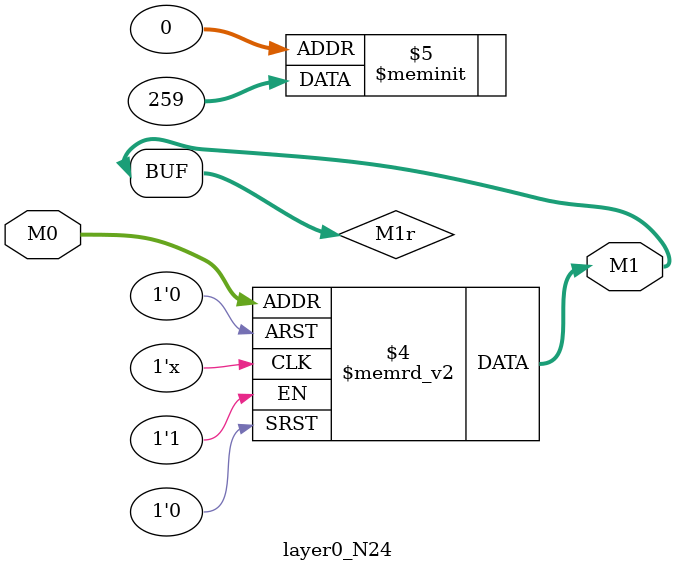
<source format=v>
module layer0_N24 ( input [3:0] M0, output [1:0] M1 );

	(*rom_style = "distributed" *) reg [1:0] M1r;
	assign M1 = M1r;
	always @ (M0) begin
		case (M0)
			4'b0000: M1r = 2'b11;
			4'b1000: M1r = 2'b00;
			4'b0100: M1r = 2'b01;
			4'b1100: M1r = 2'b00;
			4'b0010: M1r = 2'b00;
			4'b1010: M1r = 2'b00;
			4'b0110: M1r = 2'b00;
			4'b1110: M1r = 2'b00;
			4'b0001: M1r = 2'b00;
			4'b1001: M1r = 2'b00;
			4'b0101: M1r = 2'b00;
			4'b1101: M1r = 2'b00;
			4'b0011: M1r = 2'b00;
			4'b1011: M1r = 2'b00;
			4'b0111: M1r = 2'b00;
			4'b1111: M1r = 2'b00;

		endcase
	end
endmodule

</source>
